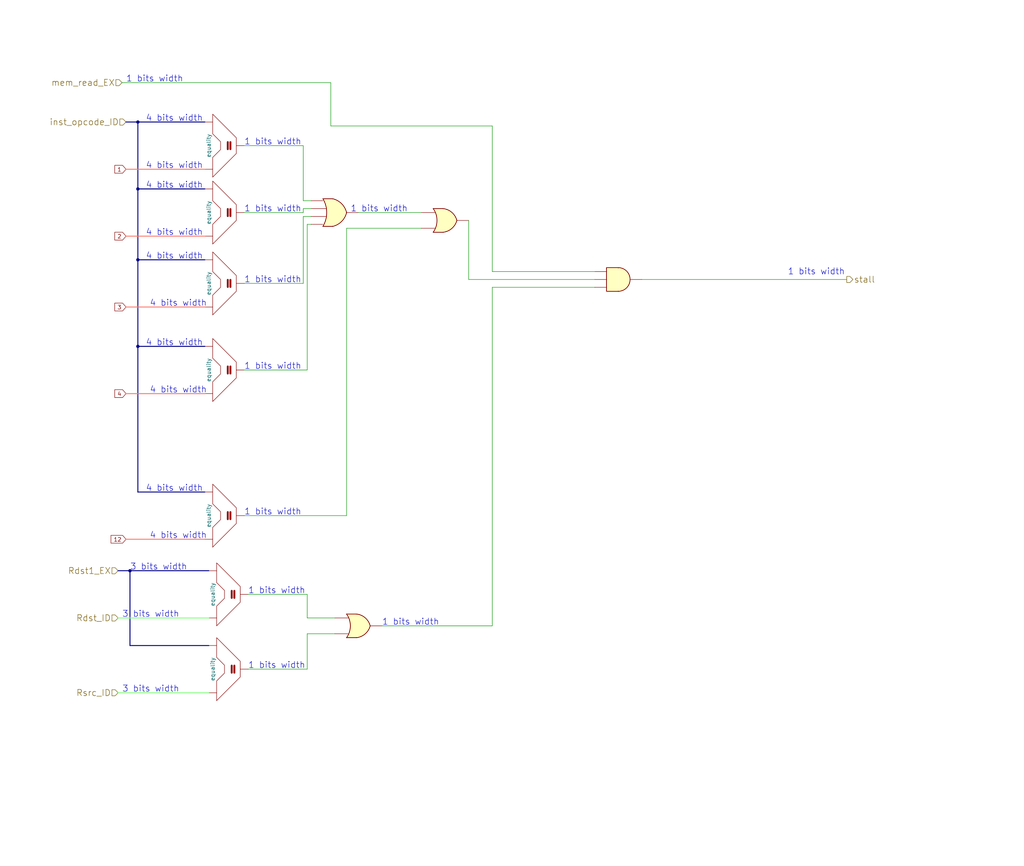
<source format=kicad_sch>
(kicad_sch (version 20211123) (generator eeschema)

  (uuid 79d49fe8-294d-4179-92ef-d14156ac2ca7)

  (paper "User" 330.2 279.4)

  (lib_symbols
    (symbol "4071_1" (pin_numbers hide) (pin_names (offset 1.016) hide) (in_bom yes) (on_board yes)
      (property "Reference" "U" (id 0) (at 0 1.27 0)
        (effects (font (size 1.27 1.27)))
      )
      (property "Value" "4071_1" (id 1) (at 0 -1.27 0)
        (effects (font (size 1.27 1.27)))
      )
      (property "Footprint" "" (id 2) (at 0 0 0)
        (effects (font (size 1.27 1.27)) hide)
      )
      (property "Datasheet" "http://www.intersil.com/content/dam/Intersil/documents/cd40/cd4071bms-72bms-75bms.pdf" (id 3) (at 0 0 0)
        (effects (font (size 1.27 1.27)) hide)
      )
      (property "ki_locked" "" (id 4) (at 0 0 0)
        (effects (font (size 1.27 1.27)))
      )
      (property "ki_keywords" "CMOS OR2" (id 5) (at 0 0 0)
        (effects (font (size 1.27 1.27)) hide)
      )
      (property "ki_description" "Quad Or 2 inputs" (id 6) (at 0 0 0)
        (effects (font (size 1.27 1.27)) hide)
      )
      (property "ki_fp_filters" "DIP?14*" (id 7) (at 0 0 0)
        (effects (font (size 1.27 1.27)) hide)
      )
      (symbol "4071_1_1_1"
        (arc (start -3.81 -3.81) (mid -2.589 0) (end -3.81 3.81)
          (stroke (width 0.254) (type default) (color 0 0 0 0))
          (fill (type none))
        )
        (arc (start -0.6096 -3.81) (mid 2.1842 -2.5851) (end 3.81 0)
          (stroke (width 0.254) (type default) (color 0 0 0 0))
          (fill (type background))
        )
        (polyline
          (pts
            (xy -3.81 -3.81)
            (xy -0.635 -3.81)
          )
          (stroke (width 0.254) (type default) (color 0 0 0 0))
          (fill (type background))
        )
        (polyline
          (pts
            (xy -3.81 3.81)
            (xy -0.635 3.81)
          )
          (stroke (width 0.254) (type default) (color 0 0 0 0))
          (fill (type background))
        )
        (polyline
          (pts
            (xy -0.635 3.81)
            (xy -3.81 3.81)
            (xy -3.81 3.81)
            (xy -3.556 3.4036)
            (xy -3.0226 2.2606)
            (xy -2.6924 1.0414)
            (xy -2.6162 -0.254)
            (xy -2.7686 -1.4986)
            (xy -3.175 -2.7178)
            (xy -3.81 -3.81)
            (xy -3.81 -3.81)
            (xy -0.635 -3.81)
          )
          (stroke (width -25.4) (type default) (color 0 0 0 0))
          (fill (type background))
        )
        (arc (start 3.81 0) (mid 2.1915 2.5936) (end -0.6096 3.81)
          (stroke (width 0.254) (type default) (color 0 0 0 0))
          (fill (type background))
        )
        (pin input line (at -7.62 2.54 0) (length 4.318)
          (name "~" (effects (font (size 1.27 1.27))))
          (number "1" (effects (font (size 1.27 1.27))))
        )
        (pin input line (at -7.62 -2.54 0) (length 4.318)
          (name "~" (effects (font (size 1.27 1.27))))
          (number "2" (effects (font (size 1.27 1.27))))
        )
        (pin output line (at 7.62 0 180) (length 3.81)
          (name "~" (effects (font (size 1.27 1.27))))
          (number "3" (effects (font (size 1.27 1.27))))
        )
      )
      (symbol "4071_1_1_2"
        (arc (start 0 -3.81) (mid 3.81 0) (end 0 3.81)
          (stroke (width 0.254) (type default) (color 0 0 0 0))
          (fill (type background))
        )
        (polyline
          (pts
            (xy 0 3.81)
            (xy -3.81 3.81)
            (xy -3.81 -3.81)
            (xy 0 -3.81)
          )
          (stroke (width 0.254) (type default) (color 0 0 0 0))
          (fill (type background))
        )
        (pin input inverted (at -7.62 2.54 0) (length 3.81)
          (name "~" (effects (font (size 1.27 1.27))))
          (number "1" (effects (font (size 1.27 1.27))))
        )
        (pin input inverted (at -7.62 -2.54 0) (length 3.81)
          (name "~" (effects (font (size 1.27 1.27))))
          (number "2" (effects (font (size 1.27 1.27))))
        )
        (pin output inverted (at 7.62 0 180) (length 3.81)
          (name "~" (effects (font (size 1.27 1.27))))
          (number "3" (effects (font (size 1.27 1.27))))
        )
      )
      (symbol "4071_1_2_1"
        (arc (start -3.81 -3.81) (mid -2.589 0) (end -3.81 3.81)
          (stroke (width 0.254) (type default) (color 0 0 0 0))
          (fill (type none))
        )
        (arc (start -0.6096 -3.81) (mid 2.1842 -2.5851) (end 3.81 0)
          (stroke (width 0.254) (type default) (color 0 0 0 0))
          (fill (type background))
        )
        (polyline
          (pts
            (xy -3.81 -3.81)
            (xy -0.635 -3.81)
          )
          (stroke (width 0.254) (type default) (color 0 0 0 0))
          (fill (type background))
        )
        (polyline
          (pts
            (xy -3.81 3.81)
            (xy -0.635 3.81)
          )
          (stroke (width 0.254) (type default) (color 0 0 0 0))
          (fill (type background))
        )
        (polyline
          (pts
            (xy -0.635 3.81)
            (xy -3.81 3.81)
            (xy -3.81 3.81)
            (xy -3.556 3.4036)
            (xy -3.0226 2.2606)
            (xy -2.6924 1.0414)
            (xy -2.6162 -0.254)
            (xy -2.7686 -1.4986)
            (xy -3.175 -2.7178)
            (xy -3.81 -3.81)
            (xy -3.81 -3.81)
            (xy -0.635 -3.81)
          )
          (stroke (width -25.4) (type default) (color 0 0 0 0))
          (fill (type background))
        )
        (arc (start 3.81 0) (mid 2.1915 2.5936) (end -0.6096 3.81)
          (stroke (width 0.254) (type default) (color 0 0 0 0))
          (fill (type background))
        )
        (pin output line (at 7.62 0 180) (length 3.81)
          (name "~" (effects (font (size 1.27 1.27))))
          (number "4" (effects (font (size 1.27 1.27))))
        )
        (pin input line (at -7.62 2.54 0) (length 4.318)
          (name "~" (effects (font (size 1.27 1.27))))
          (number "5" (effects (font (size 1.27 1.27))))
        )
        (pin input line (at -7.62 -2.54 0) (length 4.318)
          (name "~" (effects (font (size 1.27 1.27))))
          (number "6" (effects (font (size 1.27 1.27))))
        )
      )
      (symbol "4071_1_2_2"
        (arc (start 0 -3.81) (mid 3.81 0) (end 0 3.81)
          (stroke (width 0.254) (type default) (color 0 0 0 0))
          (fill (type background))
        )
        (polyline
          (pts
            (xy 0 3.81)
            (xy -3.81 3.81)
            (xy -3.81 -3.81)
            (xy 0 -3.81)
          )
          (stroke (width 0.254) (type default) (color 0 0 0 0))
          (fill (type background))
        )
        (pin output inverted (at 7.62 0 180) (length 3.81)
          (name "~" (effects (font (size 1.27 1.27))))
          (number "4" (effects (font (size 1.27 1.27))))
        )
        (pin input inverted (at -7.62 2.54 0) (length 3.81)
          (name "~" (effects (font (size 1.27 1.27))))
          (number "5" (effects (font (size 1.27 1.27))))
        )
        (pin input inverted (at -7.62 -2.54 0) (length 3.81)
          (name "~" (effects (font (size 1.27 1.27))))
          (number "6" (effects (font (size 1.27 1.27))))
        )
      )
      (symbol "4071_1_3_1"
        (arc (start -3.81 -3.81) (mid -2.589 0) (end -3.81 3.81)
          (stroke (width 0.254) (type default) (color 0 0 0 0))
          (fill (type none))
        )
        (arc (start -0.6096 -3.81) (mid 2.1842 -2.5851) (end 3.81 0)
          (stroke (width 0.254) (type default) (color 0 0 0 0))
          (fill (type background))
        )
        (polyline
          (pts
            (xy -3.81 -3.81)
            (xy -0.635 -3.81)
          )
          (stroke (width 0.254) (type default) (color 0 0 0 0))
          (fill (type background))
        )
        (polyline
          (pts
            (xy -3.81 3.81)
            (xy -0.635 3.81)
          )
          (stroke (width 0.254) (type default) (color 0 0 0 0))
          (fill (type background))
        )
        (polyline
          (pts
            (xy -0.635 3.81)
            (xy -3.81 3.81)
            (xy -3.81 3.81)
            (xy -3.556 3.4036)
            (xy -3.0226 2.2606)
            (xy -2.6924 1.0414)
            (xy -2.6162 -0.254)
            (xy -2.7686 -1.4986)
            (xy -3.175 -2.7178)
            (xy -3.81 -3.81)
            (xy -3.81 -3.81)
            (xy -0.635 -3.81)
          )
          (stroke (width -25.4) (type default) (color 0 0 0 0))
          (fill (type background))
        )
        (arc (start 3.81 0) (mid 2.1915 2.5936) (end -0.6096 3.81)
          (stroke (width 0.254) (type default) (color 0 0 0 0))
          (fill (type background))
        )
        (pin output line (at 7.62 0 180) (length 3.81)
          (name "~" (effects (font (size 1.27 1.27))))
          (number "10" (effects (font (size 1.27 1.27))))
        )
        (pin input line (at -7.62 2.54 0) (length 4.318)
          (name "~" (effects (font (size 1.27 1.27))))
          (number "8" (effects (font (size 1.27 1.27))))
        )
        (pin input line (at -7.62 -2.54 0) (length 4.318)
          (name "~" (effects (font (size 1.27 1.27))))
          (number "9" (effects (font (size 1.27 1.27))))
        )
      )
      (symbol "4071_1_3_2"
        (arc (start 0 -3.81) (mid 3.81 0) (end 0 3.81)
          (stroke (width 0.254) (type default) (color 0 0 0 0))
          (fill (type background))
        )
        (polyline
          (pts
            (xy 0 3.81)
            (xy -3.81 3.81)
            (xy -3.81 -3.81)
            (xy 0 -3.81)
          )
          (stroke (width 0.254) (type default) (color 0 0 0 0))
          (fill (type background))
        )
        (pin output inverted (at 7.62 0 180) (length 3.81)
          (name "~" (effects (font (size 1.27 1.27))))
          (number "10" (effects (font (size 1.27 1.27))))
        )
        (pin input inverted (at -7.62 2.54 0) (length 3.81)
          (name "~" (effects (font (size 1.27 1.27))))
          (number "8" (effects (font (size 1.27 1.27))))
        )
        (pin input inverted (at -7.62 -2.54 0) (length 3.81)
          (name "~" (effects (font (size 1.27 1.27))))
          (number "9" (effects (font (size 1.27 1.27))))
        )
      )
      (symbol "4071_1_4_1"
        (arc (start -3.81 -3.81) (mid -2.589 0) (end -3.81 3.81)
          (stroke (width 0.254) (type default) (color 0 0 0 0))
          (fill (type none))
        )
        (arc (start -0.6096 -3.81) (mid 2.1842 -2.5851) (end 3.81 0)
          (stroke (width 0.254) (type default) (color 0 0 0 0))
          (fill (type background))
        )
        (polyline
          (pts
            (xy -3.81 -3.81)
            (xy -0.635 -3.81)
          )
          (stroke (width 0.254) (type default) (color 0 0 0 0))
          (fill (type background))
        )
        (polyline
          (pts
            (xy -3.81 3.81)
            (xy -0.635 3.81)
          )
          (stroke (width 0.254) (type default) (color 0 0 0 0))
          (fill (type background))
        )
        (polyline
          (pts
            (xy -0.635 3.81)
            (xy -3.81 3.81)
            (xy -3.81 3.81)
            (xy -3.556 3.4036)
            (xy -3.0226 2.2606)
            (xy -2.6924 1.0414)
            (xy -2.6162 -0.254)
            (xy -2.7686 -1.4986)
            (xy -3.175 -2.7178)
            (xy -3.81 -3.81)
            (xy -3.81 -3.81)
            (xy -0.635 -3.81)
          )
          (stroke (width -25.4) (type default) (color 0 0 0 0))
          (fill (type background))
        )
        (arc (start 3.81 0) (mid 2.1915 2.5936) (end -0.6096 3.81)
          (stroke (width 0.254) (type default) (color 0 0 0 0))
          (fill (type background))
        )
        (pin output line (at 7.62 0 180) (length 3.81)
          (name "~" (effects (font (size 1.27 1.27))))
          (number "11" (effects (font (size 1.27 1.27))))
        )
        (pin input line (at -7.62 2.54 0) (length 4.318)
          (name "~" (effects (font (size 1.27 1.27))))
          (number "12" (effects (font (size 1.27 1.27))))
        )
        (pin input line (at -7.62 -2.54 0) (length 4.318)
          (name "~" (effects (font (size 1.27 1.27))))
          (number "13" (effects (font (size 1.27 1.27))))
        )
      )
      (symbol "4071_1_4_2"
        (arc (start 0 -3.81) (mid 3.81 0) (end 0 3.81)
          (stroke (width 0.254) (type default) (color 0 0 0 0))
          (fill (type background))
        )
        (polyline
          (pts
            (xy 0 3.81)
            (xy -3.81 3.81)
            (xy -3.81 -3.81)
            (xy 0 -3.81)
          )
          (stroke (width 0.254) (type default) (color 0 0 0 0))
          (fill (type background))
        )
        (pin output inverted (at 7.62 0 180) (length 3.81)
          (name "~" (effects (font (size 1.27 1.27))))
          (number "11" (effects (font (size 1.27 1.27))))
        )
        (pin input inverted (at -7.62 2.54 0) (length 3.81)
          (name "~" (effects (font (size 1.27 1.27))))
          (number "12" (effects (font (size 1.27 1.27))))
        )
        (pin input inverted (at -7.62 -2.54 0) (length 3.81)
          (name "~" (effects (font (size 1.27 1.27))))
          (number "13" (effects (font (size 1.27 1.27))))
        )
      )
      (symbol "4071_1_5_0"
        (pin power_in line (at 0 12.7 270) (length 5.08)
          (name "VDD" (effects (font (size 1.27 1.27))))
          (number "14" (effects (font (size 1.27 1.27))))
        )
        (pin power_in line (at 0 -12.7 90) (length 5.08)
          (name "VSS" (effects (font (size 1.27 1.27))))
          (number "7" (effects (font (size 1.27 1.27))))
        )
      )
      (symbol "4071_1_5_1"
        (rectangle (start -5.08 7.62) (end 5.08 -7.62)
          (stroke (width 0.254) (type default) (color 0 0 0 0))
          (fill (type background))
        )
      )
    )
    (symbol "4xxx:4071" (pin_numbers hide) (pin_names (offset 1.016) hide) (in_bom yes) (on_board yes)
      (property "Reference" "U" (id 0) (at 0 1.27 0)
        (effects (font (size 1.27 1.27)))
      )
      (property "Value" "4071" (id 1) (at 0 -1.27 0)
        (effects (font (size 1.27 1.27)))
      )
      (property "Footprint" "" (id 2) (at 0 0 0)
        (effects (font (size 1.27 1.27)) hide)
      )
      (property "Datasheet" "http://www.intersil.com/content/dam/Intersil/documents/cd40/cd4071bms-72bms-75bms.pdf" (id 3) (at 0 0 0)
        (effects (font (size 1.27 1.27)) hide)
      )
      (property "ki_locked" "" (id 4) (at 0 0 0)
        (effects (font (size 1.27 1.27)))
      )
      (property "ki_keywords" "CMOS OR2" (id 5) (at 0 0 0)
        (effects (font (size 1.27 1.27)) hide)
      )
      (property "ki_description" "Quad Or 2 inputs" (id 6) (at 0 0 0)
        (effects (font (size 1.27 1.27)) hide)
      )
      (property "ki_fp_filters" "DIP?14*" (id 7) (at 0 0 0)
        (effects (font (size 1.27 1.27)) hide)
      )
      (symbol "4071_1_1"
        (arc (start -3.81 -3.81) (mid -2.589 0) (end -3.81 3.81)
          (stroke (width 0.254) (type default) (color 0 0 0 0))
          (fill (type none))
        )
        (arc (start -0.6096 -3.81) (mid 2.1842 -2.5851) (end 3.81 0)
          (stroke (width 0.254) (type default) (color 0 0 0 0))
          (fill (type background))
        )
        (polyline
          (pts
            (xy -3.81 -3.81)
            (xy -0.635 -3.81)
          )
          (stroke (width 0.254) (type default) (color 0 0 0 0))
          (fill (type background))
        )
        (polyline
          (pts
            (xy -3.81 3.81)
            (xy -0.635 3.81)
          )
          (stroke (width 0.254) (type default) (color 0 0 0 0))
          (fill (type background))
        )
        (polyline
          (pts
            (xy -0.635 3.81)
            (xy -3.81 3.81)
            (xy -3.81 3.81)
            (xy -3.556 3.4036)
            (xy -3.0226 2.2606)
            (xy -2.6924 1.0414)
            (xy -2.6162 -0.254)
            (xy -2.7686 -1.4986)
            (xy -3.175 -2.7178)
            (xy -3.81 -3.81)
            (xy -3.81 -3.81)
            (xy -0.635 -3.81)
          )
          (stroke (width -25.4) (type default) (color 0 0 0 0))
          (fill (type background))
        )
        (arc (start 3.81 0) (mid 2.1915 2.5936) (end -0.6096 3.81)
          (stroke (width 0.254) (type default) (color 0 0 0 0))
          (fill (type background))
        )
        (pin input line (at -7.62 2.54 0) (length 4.318)
          (name "~" (effects (font (size 1.27 1.27))))
          (number "1" (effects (font (size 1.27 1.27))))
        )
        (pin input line (at -7.62 -2.54 0) (length 4.318)
          (name "~" (effects (font (size 1.27 1.27))))
          (number "2" (effects (font (size 1.27 1.27))))
        )
        (pin output line (at 7.62 0 180) (length 3.81)
          (name "~" (effects (font (size 1.27 1.27))))
          (number "3" (effects (font (size 1.27 1.27))))
        )
      )
      (symbol "4071_1_2"
        (arc (start 0 -3.81) (mid 3.81 0) (end 0 3.81)
          (stroke (width 0.254) (type default) (color 0 0 0 0))
          (fill (type background))
        )
        (polyline
          (pts
            (xy 0 3.81)
            (xy -3.81 3.81)
            (xy -3.81 -3.81)
            (xy 0 -3.81)
          )
          (stroke (width 0.254) (type default) (color 0 0 0 0))
          (fill (type background))
        )
        (pin input inverted (at -7.62 2.54 0) (length 3.81)
          (name "~" (effects (font (size 1.27 1.27))))
          (number "1" (effects (font (size 1.27 1.27))))
        )
        (pin input inverted (at -7.62 -2.54 0) (length 3.81)
          (name "~" (effects (font (size 1.27 1.27))))
          (number "2" (effects (font (size 1.27 1.27))))
        )
        (pin output inverted (at 7.62 0 180) (length 3.81)
          (name "~" (effects (font (size 1.27 1.27))))
          (number "3" (effects (font (size 1.27 1.27))))
        )
      )
      (symbol "4071_2_1"
        (arc (start -3.81 -3.81) (mid -2.589 0) (end -3.81 3.81)
          (stroke (width 0.254) (type default) (color 0 0 0 0))
          (fill (type none))
        )
        (arc (start -0.6096 -3.81) (mid 2.1842 -2.5851) (end 3.81 0)
          (stroke (width 0.254) (type default) (color 0 0 0 0))
          (fill (type background))
        )
        (polyline
          (pts
            (xy -3.81 -3.81)
            (xy -0.635 -3.81)
          )
          (stroke (width 0.254) (type default) (color 0 0 0 0))
          (fill (type background))
        )
        (polyline
          (pts
            (xy -3.81 3.81)
            (xy -0.635 3.81)
          )
          (stroke (width 0.254) (type default) (color 0 0 0 0))
          (fill (type background))
        )
        (polyline
          (pts
            (xy -0.635 3.81)
            (xy -3.81 3.81)
            (xy -3.81 3.81)
            (xy -3.556 3.4036)
            (xy -3.0226 2.2606)
            (xy -2.6924 1.0414)
            (xy -2.6162 -0.254)
            (xy -2.7686 -1.4986)
            (xy -3.175 -2.7178)
            (xy -3.81 -3.81)
            (xy -3.81 -3.81)
            (xy -0.635 -3.81)
          )
          (stroke (width -25.4) (type default) (color 0 0 0 0))
          (fill (type background))
        )
        (arc (start 3.81 0) (mid 2.1915 2.5936) (end -0.6096 3.81)
          (stroke (width 0.254) (type default) (color 0 0 0 0))
          (fill (type background))
        )
        (pin output line (at 7.62 0 180) (length 3.81)
          (name "~" (effects (font (size 1.27 1.27))))
          (number "4" (effects (font (size 1.27 1.27))))
        )
        (pin input line (at -7.62 2.54 0) (length 4.318)
          (name "~" (effects (font (size 1.27 1.27))))
          (number "5" (effects (font (size 1.27 1.27))))
        )
        (pin input line (at -7.62 -2.54 0) (length 4.318)
          (name "~" (effects (font (size 1.27 1.27))))
          (number "6" (effects (font (size 1.27 1.27))))
        )
      )
      (symbol "4071_2_2"
        (arc (start 0 -3.81) (mid 3.81 0) (end 0 3.81)
          (stroke (width 0.254) (type default) (color 0 0 0 0))
          (fill (type background))
        )
        (polyline
          (pts
            (xy 0 3.81)
            (xy -3.81 3.81)
            (xy -3.81 -3.81)
            (xy 0 -3.81)
          )
          (stroke (width 0.254) (type default) (color 0 0 0 0))
          (fill (type background))
        )
        (pin output inverted (at 7.62 0 180) (length 3.81)
          (name "~" (effects (font (size 1.27 1.27))))
          (number "4" (effects (font (size 1.27 1.27))))
        )
        (pin input inverted (at -7.62 2.54 0) (length 3.81)
          (name "~" (effects (font (size 1.27 1.27))))
          (number "5" (effects (font (size 1.27 1.27))))
        )
        (pin input inverted (at -7.62 -2.54 0) (length 3.81)
          (name "~" (effects (font (size 1.27 1.27))))
          (number "6" (effects (font (size 1.27 1.27))))
        )
      )
      (symbol "4071_3_1"
        (arc (start -3.81 -3.81) (mid -2.589 0) (end -3.81 3.81)
          (stroke (width 0.254) (type default) (color 0 0 0 0))
          (fill (type none))
        )
        (arc (start -0.6096 -3.81) (mid 2.1842 -2.5851) (end 3.81 0)
          (stroke (width 0.254) (type default) (color 0 0 0 0))
          (fill (type background))
        )
        (polyline
          (pts
            (xy -3.81 -3.81)
            (xy -0.635 -3.81)
          )
          (stroke (width 0.254) (type default) (color 0 0 0 0))
          (fill (type background))
        )
        (polyline
          (pts
            (xy -3.81 3.81)
            (xy -0.635 3.81)
          )
          (stroke (width 0.254) (type default) (color 0 0 0 0))
          (fill (type background))
        )
        (polyline
          (pts
            (xy -0.635 3.81)
            (xy -3.81 3.81)
            (xy -3.81 3.81)
            (xy -3.556 3.4036)
            (xy -3.0226 2.2606)
            (xy -2.6924 1.0414)
            (xy -2.6162 -0.254)
            (xy -2.7686 -1.4986)
            (xy -3.175 -2.7178)
            (xy -3.81 -3.81)
            (xy -3.81 -3.81)
            (xy -0.635 -3.81)
          )
          (stroke (width -25.4) (type default) (color 0 0 0 0))
          (fill (type background))
        )
        (arc (start 3.81 0) (mid 2.1915 2.5936) (end -0.6096 3.81)
          (stroke (width 0.254) (type default) (color 0 0 0 0))
          (fill (type background))
        )
        (pin output line (at 7.62 0 180) (length 3.81)
          (name "~" (effects (font (size 1.27 1.27))))
          (number "10" (effects (font (size 1.27 1.27))))
        )
        (pin input line (at -7.62 2.54 0) (length 4.318)
          (name "~" (effects (font (size 1.27 1.27))))
          (number "8" (effects (font (size 1.27 1.27))))
        )
        (pin input line (at -7.62 -2.54 0) (length 4.318)
          (name "~" (effects (font (size 1.27 1.27))))
          (number "9" (effects (font (size 1.27 1.27))))
        )
      )
      (symbol "4071_3_2"
        (arc (start 0 -3.81) (mid 3.81 0) (end 0 3.81)
          (stroke (width 0.254) (type default) (color 0 0 0 0))
          (fill (type background))
        )
        (polyline
          (pts
            (xy 0 3.81)
            (xy -3.81 3.81)
            (xy -3.81 -3.81)
            (xy 0 -3.81)
          )
          (stroke (width 0.254) (type default) (color 0 0 0 0))
          (fill (type background))
        )
        (pin output inverted (at 7.62 0 180) (length 3.81)
          (name "~" (effects (font (size 1.27 1.27))))
          (number "10" (effects (font (size 1.27 1.27))))
        )
        (pin input inverted (at -7.62 2.54 0) (length 3.81)
          (name "~" (effects (font (size 1.27 1.27))))
          (number "8" (effects (font (size 1.27 1.27))))
        )
        (pin input inverted (at -7.62 -2.54 0) (length 3.81)
          (name "~" (effects (font (size 1.27 1.27))))
          (number "9" (effects (font (size 1.27 1.27))))
        )
      )
      (symbol "4071_4_1"
        (arc (start -3.81 -3.81) (mid -2.589 0) (end -3.81 3.81)
          (stroke (width 0.254) (type default) (color 0 0 0 0))
          (fill (type none))
        )
        (arc (start -0.6096 -3.81) (mid 2.1842 -2.5851) (end 3.81 0)
          (stroke (width 0.254) (type default) (color 0 0 0 0))
          (fill (type background))
        )
        (polyline
          (pts
            (xy -3.81 -3.81)
            (xy -0.635 -3.81)
          )
          (stroke (width 0.254) (type default) (color 0 0 0 0))
          (fill (type background))
        )
        (polyline
          (pts
            (xy -3.81 3.81)
            (xy -0.635 3.81)
          )
          (stroke (width 0.254) (type default) (color 0 0 0 0))
          (fill (type background))
        )
        (polyline
          (pts
            (xy -0.635 3.81)
            (xy -3.81 3.81)
            (xy -3.81 3.81)
            (xy -3.556 3.4036)
            (xy -3.0226 2.2606)
            (xy -2.6924 1.0414)
            (xy -2.6162 -0.254)
            (xy -2.7686 -1.4986)
            (xy -3.175 -2.7178)
            (xy -3.81 -3.81)
            (xy -3.81 -3.81)
            (xy -0.635 -3.81)
          )
          (stroke (width -25.4) (type default) (color 0 0 0 0))
          (fill (type background))
        )
        (arc (start 3.81 0) (mid 2.1915 2.5936) (end -0.6096 3.81)
          (stroke (width 0.254) (type default) (color 0 0 0 0))
          (fill (type background))
        )
        (pin output line (at 7.62 0 180) (length 3.81)
          (name "~" (effects (font (size 1.27 1.27))))
          (number "11" (effects (font (size 1.27 1.27))))
        )
        (pin input line (at -7.62 2.54 0) (length 4.318)
          (name "~" (effects (font (size 1.27 1.27))))
          (number "12" (effects (font (size 1.27 1.27))))
        )
        (pin input line (at -7.62 -2.54 0) (length 4.318)
          (name "~" (effects (font (size 1.27 1.27))))
          (number "13" (effects (font (size 1.27 1.27))))
        )
      )
      (symbol "4071_4_2"
        (arc (start 0 -3.81) (mid 3.81 0) (end 0 3.81)
          (stroke (width 0.254) (type default) (color 0 0 0 0))
          (fill (type background))
        )
        (polyline
          (pts
            (xy 0 3.81)
            (xy -3.81 3.81)
            (xy -3.81 -3.81)
            (xy 0 -3.81)
          )
          (stroke (width 0.254) (type default) (color 0 0 0 0))
          (fill (type background))
        )
        (pin output inverted (at 7.62 0 180) (length 3.81)
          (name "~" (effects (font (size 1.27 1.27))))
          (number "11" (effects (font (size 1.27 1.27))))
        )
        (pin input inverted (at -7.62 2.54 0) (length 3.81)
          (name "~" (effects (font (size 1.27 1.27))))
          (number "12" (effects (font (size 1.27 1.27))))
        )
        (pin input inverted (at -7.62 -2.54 0) (length 3.81)
          (name "~" (effects (font (size 1.27 1.27))))
          (number "13" (effects (font (size 1.27 1.27))))
        )
      )
      (symbol "4071_5_0"
        (pin power_in line (at 0 12.7 270) (length 5.08)
          (name "VDD" (effects (font (size 1.27 1.27))))
          (number "14" (effects (font (size 1.27 1.27))))
        )
        (pin power_in line (at 0 -12.7 90) (length 5.08)
          (name "VSS" (effects (font (size 1.27 1.27))))
          (number "7" (effects (font (size 1.27 1.27))))
        )
      )
      (symbol "4071_5_1"
        (rectangle (start -5.08 7.62) (end 5.08 -7.62)
          (stroke (width 0.254) (type default) (color 0 0 0 0))
          (fill (type background))
        )
      )
    )
    (symbol "4xxx:4072" (pin_numbers hide) (pin_names (offset 1.016) hide) (in_bom yes) (on_board yes)
      (property "Reference" "U" (id 0) (at 0 1.27 0)
        (effects (font (size 1.27 1.27)))
      )
      (property "Value" "4072" (id 1) (at 0 -1.27 0)
        (effects (font (size 1.27 1.27)))
      )
      (property "Footprint" "" (id 2) (at 0 0 0)
        (effects (font (size 1.27 1.27)) hide)
      )
      (property "Datasheet" "http://www.intersil.com/content/dam/Intersil/documents/cd40/cd4071bms-72bms-75bms.pdf" (id 3) (at 0 0 0)
        (effects (font (size 1.27 1.27)) hide)
      )
      (property "ki_locked" "" (id 4) (at 0 0 0)
        (effects (font (size 1.27 1.27)))
      )
      (property "ki_keywords" "CMOS OR4" (id 5) (at 0 0 0)
        (effects (font (size 1.27 1.27)) hide)
      )
      (property "ki_description" "Dual 4 input OR gate" (id 6) (at 0 0 0)
        (effects (font (size 1.27 1.27)) hide)
      )
      (property "ki_fp_filters" "DIP?14*" (id 7) (at 0 0 0)
        (effects (font (size 1.27 1.27)) hide)
      )
      (symbol "4072_1_1"
        (arc (start -3.81 -4.445) (mid -2.5908 0) (end -3.81 4.445)
          (stroke (width 0.254) (type default) (color 0 0 0 0))
          (fill (type none))
        )
        (arc (start -0.6096 -4.445) (mid 2.2246 -2.8422) (end 3.81 0)
          (stroke (width 0.254) (type default) (color 0 0 0 0))
          (fill (type background))
        )
        (polyline
          (pts
            (xy -3.81 -4.445)
            (xy -0.635 -4.445)
          )
          (stroke (width 0.254) (type default) (color 0 0 0 0))
          (fill (type background))
        )
        (polyline
          (pts
            (xy -3.81 4.445)
            (xy -0.635 4.445)
          )
          (stroke (width 0.254) (type default) (color 0 0 0 0))
          (fill (type background))
        )
        (polyline
          (pts
            (xy -0.635 4.445)
            (xy -3.81 4.445)
            (xy -3.81 4.445)
            (xy -3.6322 4.0894)
            (xy -3.0988 2.921)
            (xy -2.7686 1.6764)
            (xy -2.6162 0.4318)
            (xy -2.6416 -0.8636)
            (xy -2.8702 -2.1082)
            (xy -3.2512 -3.3274)
            (xy -3.81 -4.445)
            (xy -3.81 -4.445)
            (xy -0.635 -4.445)
          )
          (stroke (width -25.4) (type default) (color 0 0 0 0))
          (fill (type background))
        )
        (arc (start 3.81 0) (mid 2.2204 2.8379) (end -0.6096 4.445)
          (stroke (width 0.254) (type default) (color 0 0 0 0))
          (fill (type background))
        )
        (pin output line (at 7.62 0 180) (length 3.81)
          (name "~" (effects (font (size 1.27 1.27))))
          (number "1" (effects (font (size 1.27 1.27))))
        )
        (pin input line (at -7.62 3.81 0) (length 3.81)
          (name "~" (effects (font (size 1.27 1.27))))
          (number "2" (effects (font (size 1.27 1.27))))
        )
        (pin input line (at -7.62 1.27 0) (length 4.826)
          (name "~" (effects (font (size 1.27 1.27))))
          (number "3" (effects (font (size 1.27 1.27))))
        )
        (pin input line (at -7.62 -1.27 0) (length 4.826)
          (name "~" (effects (font (size 1.27 1.27))))
          (number "4" (effects (font (size 1.27 1.27))))
        )
        (pin input line (at -7.62 -3.81 0) (length 3.81)
          (name "~" (effects (font (size 1.27 1.27))))
          (number "5" (effects (font (size 1.27 1.27))))
        )
      )
      (symbol "4072_1_2"
        (arc (start -0.635 -4.445) (mid 3.81 0) (end -0.635 4.445)
          (stroke (width 0.254) (type default) (color 0 0 0 0))
          (fill (type background))
        )
        (polyline
          (pts
            (xy -0.635 4.445)
            (xy -3.81 4.445)
            (xy -3.81 -4.445)
            (xy -0.635 -4.445)
          )
          (stroke (width 0.254) (type default) (color 0 0 0 0))
          (fill (type background))
        )
        (pin output inverted (at 7.62 0 180) (length 3.81)
          (name "~" (effects (font (size 1.27 1.27))))
          (number "1" (effects (font (size 1.27 1.27))))
        )
        (pin input inverted (at -7.62 3.81 0) (length 3.81)
          (name "~" (effects (font (size 1.27 1.27))))
          (number "2" (effects (font (size 1.27 1.27))))
        )
        (pin input inverted (at -7.62 1.27 0) (length 3.81)
          (name "~" (effects (font (size 1.27 1.27))))
          (number "3" (effects (font (size 1.27 1.27))))
        )
        (pin input inverted (at -7.62 -1.27 0) (length 3.81)
          (name "~" (effects (font (size 1.27 1.27))))
          (number "4" (effects (font (size 1.27 1.27))))
        )
        (pin input inverted (at -7.62 -3.81 0) (length 3.81)
          (name "~" (effects (font (size 1.27 1.27))))
          (number "5" (effects (font (size 1.27 1.27))))
        )
      )
      (symbol "4072_2_1"
        (arc (start -3.81 -4.445) (mid -2.5908 0) (end -3.81 4.445)
          (stroke (width 0.254) (type default) (color 0 0 0 0))
          (fill (type none))
        )
        (arc (start -0.6096 -4.445) (mid 2.2246 -2.8422) (end 3.81 0)
          (stroke (width 0.254) (type default) (color 0 0 0 0))
          (fill (type background))
        )
        (polyline
          (pts
            (xy -3.81 -4.445)
            (xy -0.635 -4.445)
          )
          (stroke (width 0.254) (type default) (color 0 0 0 0))
          (fill (type background))
        )
        (polyline
          (pts
            (xy -3.81 4.445)
            (xy -0.635 4.445)
          )
          (stroke (width 0.254) (type default) (color 0 0 0 0))
          (fill (type background))
        )
        (polyline
          (pts
            (xy -0.635 4.445)
            (xy -3.81 4.445)
            (xy -3.81 4.445)
            (xy -3.6322 4.0894)
            (xy -3.0988 2.921)
            (xy -2.7686 1.6764)
            (xy -2.6162 0.4318)
            (xy -2.6416 -0.8636)
            (xy -2.8702 -2.1082)
            (xy -3.2512 -3.3274)
            (xy -3.81 -4.445)
            (xy -3.81 -4.445)
            (xy -0.635 -4.445)
          )
          (stroke (width -25.4) (type default) (color 0 0 0 0))
          (fill (type background))
        )
        (arc (start 3.81 0) (mid 2.2204 2.8379) (end -0.6096 4.445)
          (stroke (width 0.254) (type default) (color 0 0 0 0))
          (fill (type background))
        )
        (pin input line (at -7.62 1.27 0) (length 4.826)
          (name "~" (effects (font (size 1.27 1.27))))
          (number "10" (effects (font (size 1.27 1.27))))
        )
        (pin input line (at -7.62 -1.27 0) (length 4.826)
          (name "~" (effects (font (size 1.27 1.27))))
          (number "11" (effects (font (size 1.27 1.27))))
        )
        (pin input line (at -7.62 -3.81 0) (length 3.81)
          (name "~" (effects (font (size 1.27 1.27))))
          (number "12" (effects (font (size 1.27 1.27))))
        )
        (pin output line (at 7.62 0 180) (length 3.81)
          (name "~" (effects (font (size 1.27 1.27))))
          (number "13" (effects (font (size 1.27 1.27))))
        )
        (pin input line (at -7.62 3.81 0) (length 3.81)
          (name "~" (effects (font (size 1.27 1.27))))
          (number "9" (effects (font (size 1.27 1.27))))
        )
      )
      (symbol "4072_2_2"
        (arc (start -0.635 -4.445) (mid 3.81 0) (end -0.635 4.445)
          (stroke (width 0.254) (type default) (color 0 0 0 0))
          (fill (type background))
        )
        (polyline
          (pts
            (xy -0.635 4.445)
            (xy -3.81 4.445)
            (xy -3.81 -4.445)
            (xy -0.635 -4.445)
          )
          (stroke (width 0.254) (type default) (color 0 0 0 0))
          (fill (type background))
        )
        (pin input inverted (at -7.62 1.27 0) (length 3.81)
          (name "~" (effects (font (size 1.27 1.27))))
          (number "10" (effects (font (size 1.27 1.27))))
        )
        (pin input inverted (at -7.62 -1.27 0) (length 3.81)
          (name "~" (effects (font (size 1.27 1.27))))
          (number "11" (effects (font (size 1.27 1.27))))
        )
        (pin input inverted (at -7.62 -3.81 0) (length 3.81)
          (name "~" (effects (font (size 1.27 1.27))))
          (number "12" (effects (font (size 1.27 1.27))))
        )
        (pin output inverted (at 7.62 0 180) (length 3.81)
          (name "~" (effects (font (size 1.27 1.27))))
          (number "13" (effects (font (size 1.27 1.27))))
        )
        (pin input inverted (at -7.62 3.81 0) (length 3.81)
          (name "~" (effects (font (size 1.27 1.27))))
          (number "9" (effects (font (size 1.27 1.27))))
        )
      )
      (symbol "4072_3_0"
        (pin power_in line (at 0 12.7 270) (length 5.08)
          (name "VDD" (effects (font (size 1.27 1.27))))
          (number "14" (effects (font (size 1.27 1.27))))
        )
        (pin power_in line (at 0 -12.7 90) (length 5.08)
          (name "VSS" (effects (font (size 1.27 1.27))))
          (number "7" (effects (font (size 1.27 1.27))))
        )
      )
      (symbol "4072_3_1"
        (rectangle (start -5.08 7.62) (end 5.08 -7.62)
          (stroke (width 0.254) (type default) (color 0 0 0 0))
          (fill (type background))
        )
      )
    )
    (symbol "4xxx:4073" (pin_numbers hide) (pin_names (offset 1.016) hide) (in_bom yes) (on_board yes)
      (property "Reference" "U" (id 0) (at 0 1.27 0)
        (effects (font (size 1.27 1.27)))
      )
      (property "Value" "4073" (id 1) (at 0 -1.27 0)
        (effects (font (size 1.27 1.27)))
      )
      (property "Footprint" "" (id 2) (at 0 0 0)
        (effects (font (size 1.27 1.27)) hide)
      )
      (property "Datasheet" "http://www.intersil.com/content/dam/Intersil/documents/cd40/cd4073bms-81bms-82bms.pdf" (id 3) (at 0 0 0)
        (effects (font (size 1.27 1.27)) hide)
      )
      (property "ki_locked" "" (id 4) (at 0 0 0)
        (effects (font (size 1.27 1.27)))
      )
      (property "ki_keywords" "CMOS And3" (id 5) (at 0 0 0)
        (effects (font (size 1.27 1.27)) hide)
      )
      (property "ki_description" "Triple And 3 inputs" (id 6) (at 0 0 0)
        (effects (font (size 1.27 1.27)) hide)
      )
      (property "ki_fp_filters" "DIP?14*" (id 7) (at 0 0 0)
        (effects (font (size 1.27 1.27)) hide)
      )
      (symbol "4073_1_1"
        (arc (start 0 -3.81) (mid 3.81 0) (end 0 3.81)
          (stroke (width 0.254) (type default) (color 0 0 0 0))
          (fill (type background))
        )
        (polyline
          (pts
            (xy 0 3.81)
            (xy -3.81 3.81)
            (xy -3.81 -3.81)
            (xy 0 -3.81)
          )
          (stroke (width 0.254) (type default) (color 0 0 0 0))
          (fill (type background))
        )
        (pin input line (at -7.62 2.54 0) (length 3.81)
          (name "~" (effects (font (size 1.27 1.27))))
          (number "1" (effects (font (size 1.27 1.27))))
        )
        (pin input line (at -7.62 0 0) (length 3.81)
          (name "~" (effects (font (size 1.27 1.27))))
          (number "2" (effects (font (size 1.27 1.27))))
        )
        (pin input line (at -7.62 -2.54 0) (length 3.81)
          (name "~" (effects (font (size 1.27 1.27))))
          (number "8" (effects (font (size 1.27 1.27))))
        )
        (pin output line (at 7.62 0 180) (length 3.81)
          (name "~" (effects (font (size 1.27 1.27))))
          (number "9" (effects (font (size 1.27 1.27))))
        )
      )
      (symbol "4073_1_2"
        (arc (start -3.81 -3.81) (mid -2.589 0) (end -3.81 3.81)
          (stroke (width 0.254) (type default) (color 0 0 0 0))
          (fill (type none))
        )
        (arc (start -0.6096 -3.81) (mid 2.1842 -2.5851) (end 3.81 0)
          (stroke (width 0.254) (type default) (color 0 0 0 0))
          (fill (type background))
        )
        (polyline
          (pts
            (xy -3.81 -3.81)
            (xy -0.635 -3.81)
          )
          (stroke (width 0.254) (type default) (color 0 0 0 0))
          (fill (type background))
        )
        (polyline
          (pts
            (xy -3.81 3.81)
            (xy -0.635 3.81)
          )
          (stroke (width 0.254) (type default) (color 0 0 0 0))
          (fill (type background))
        )
        (polyline
          (pts
            (xy -0.635 3.81)
            (xy -3.81 3.81)
            (xy -3.81 3.81)
            (xy -3.556 3.4036)
            (xy -3.0226 2.2606)
            (xy -2.6924 1.0414)
            (xy -2.6162 -0.254)
            (xy -2.7686 -1.4986)
            (xy -3.175 -2.7178)
            (xy -3.81 -3.81)
            (xy -3.81 -3.81)
            (xy -0.635 -3.81)
          )
          (stroke (width -25.4) (type default) (color 0 0 0 0))
          (fill (type background))
        )
        (arc (start 3.81 0) (mid 2.1915 2.5936) (end -0.6096 3.81)
          (stroke (width 0.254) (type default) (color 0 0 0 0))
          (fill (type background))
        )
        (pin input inverted (at -7.62 2.54 0) (length 4.318)
          (name "~" (effects (font (size 1.27 1.27))))
          (number "1" (effects (font (size 1.27 1.27))))
        )
        (pin input inverted (at -7.62 0 0) (length 4.953)
          (name "~" (effects (font (size 1.27 1.27))))
          (number "2" (effects (font (size 1.27 1.27))))
        )
        (pin input inverted (at -7.62 -2.54 0) (length 4.318)
          (name "~" (effects (font (size 1.27 1.27))))
          (number "8" (effects (font (size 1.27 1.27))))
        )
        (pin output inverted (at 7.62 0 180) (length 3.81)
          (name "~" (effects (font (size 1.27 1.27))))
          (number "9" (effects (font (size 1.27 1.27))))
        )
      )
      (symbol "4073_2_1"
        (arc (start 0 -3.81) (mid 3.81 0) (end 0 3.81)
          (stroke (width 0.254) (type default) (color 0 0 0 0))
          (fill (type background))
        )
        (polyline
          (pts
            (xy 0 3.81)
            (xy -3.81 3.81)
            (xy -3.81 -3.81)
            (xy 0 -3.81)
          )
          (stroke (width 0.254) (type default) (color 0 0 0 0))
          (fill (type background))
        )
        (pin input line (at -7.62 2.54 0) (length 3.81)
          (name "~" (effects (font (size 1.27 1.27))))
          (number "3" (effects (font (size 1.27 1.27))))
        )
        (pin input line (at -7.62 0 0) (length 3.81)
          (name "~" (effects (font (size 1.27 1.27))))
          (number "4" (effects (font (size 1.27 1.27))))
        )
        (pin input line (at -7.62 -2.54 0) (length 3.81)
          (name "~" (effects (font (size 1.27 1.27))))
          (number "5" (effects (font (size 1.27 1.27))))
        )
        (pin output line (at 7.62 0 180) (length 3.81)
          (name "~" (effects (font (size 1.27 1.27))))
          (number "6" (effects (font (size 1.27 1.27))))
        )
      )
      (symbol "4073_2_2"
        (arc (start -3.81 -3.81) (mid -2.589 0) (end -3.81 3.81)
          (stroke (width 0.254) (type default) (color 0 0 0 0))
          (fill (type none))
        )
        (arc (start -0.6096 -3.81) (mid 2.1842 -2.5851) (end 3.81 0)
          (stroke (width 0.254) (type default) (color 0 0 0 0))
          (fill (type background))
        )
        (polyline
          (pts
            (xy -3.81 -3.81)
            (xy -0.635 -3.81)
          )
          (stroke (width 0.254) (type default) (color 0 0 0 0))
          (fill (type background))
        )
        (polyline
          (pts
            (xy -3.81 3.81)
            (xy -0.635 3.81)
          )
          (stroke (width 0.254) (type default) (color 0 0 0 0))
          (fill (type background))
        )
        (polyline
          (pts
            (xy -0.635 3.81)
            (xy -3.81 3.81)
            (xy -3.81 3.81)
            (xy -3.556 3.4036)
            (xy -3.0226 2.2606)
            (xy -2.6924 1.0414)
            (xy -2.6162 -0.254)
            (xy -2.7686 -1.4986)
            (xy -3.175 -2.7178)
            (xy -3.81 -3.81)
            (xy -3.81 -3.81)
            (xy -0.635 -3.81)
          )
          (stroke (width -25.4) (type default) (color 0 0 0 0))
          (fill (type background))
        )
        (arc (start 3.81 0) (mid 2.1915 2.5936) (end -0.6096 3.81)
          (stroke (width 0.254) (type default) (color 0 0 0 0))
          (fill (type background))
        )
        (pin input inverted (at -7.62 2.54 0) (length 4.318)
          (name "~" (effects (font (size 1.27 1.27))))
          (number "3" (effects (font (size 1.27 1.27))))
        )
        (pin input inverted (at -7.62 0 0) (length 4.953)
          (name "~" (effects (font (size 1.27 1.27))))
          (number "4" (effects (font (size 1.27 1.27))))
        )
        (pin input inverted (at -7.62 -2.54 0) (length 4.318)
          (name "~" (effects (font (size 1.27 1.27))))
          (number "5" (effects (font (size 1.27 1.27))))
        )
        (pin output inverted (at 7.62 0 180) (length 3.81)
          (name "~" (effects (font (size 1.27 1.27))))
          (number "6" (effects (font (size 1.27 1.27))))
        )
      )
      (symbol "4073_3_1"
        (arc (start 0 -3.81) (mid 3.81 0) (end 0 3.81)
          (stroke (width 0.254) (type default) (color 0 0 0 0))
          (fill (type background))
        )
        (polyline
          (pts
            (xy 0 3.81)
            (xy -3.81 3.81)
            (xy -3.81 -3.81)
            (xy 0 -3.81)
          )
          (stroke (width 0.254) (type default) (color 0 0 0 0))
          (fill (type background))
        )
        (pin output line (at 7.62 0 180) (length 3.81)
          (name "~" (effects (font (size 1.27 1.27))))
          (number "10" (effects (font (size 1.27 1.27))))
        )
        (pin input line (at -7.62 2.54 0) (length 3.81)
          (name "~" (effects (font (size 1.27 1.27))))
          (number "11" (effects (font (size 1.27 1.27))))
        )
        (pin input line (at -7.62 0 0) (length 3.81)
          (name "~" (effects (font (size 1.27 1.27))))
          (number "12" (effects (font (size 1.27 1.27))))
        )
        (pin input line (at -7.62 -2.54 0) (length 3.81)
          (name "~" (effects (font (size 1.27 1.27))))
          (number "13" (effects (font (size 1.27 1.27))))
        )
      )
      (symbol "4073_3_2"
        (arc (start -3.81 -3.81) (mid -2.589 0) (end -3.81 3.81)
          (stroke (width 0.254) (type default) (color 0 0 0 0))
          (fill (type none))
        )
        (arc (start -0.6096 -3.81) (mid 2.1842 -2.5851) (end 3.81 0)
          (stroke (width 0.254) (type default) (color 0 0 0 0))
          (fill (type background))
        )
        (polyline
          (pts
            (xy -3.81 -3.81)
            (xy -0.635 -3.81)
          )
          (stroke (width 0.254) (type default) (color 0 0 0 0))
          (fill (type background))
        )
        (polyline
          (pts
            (xy -3.81 3.81)
            (xy -0.635 3.81)
          )
          (stroke (width 0.254) (type default) (color 0 0 0 0))
          (fill (type background))
        )
        (polyline
          (pts
            (xy -0.635 3.81)
            (xy -3.81 3.81)
            (xy -3.81 3.81)
            (xy -3.556 3.4036)
            (xy -3.0226 2.2606)
            (xy -2.6924 1.0414)
            (xy -2.6162 -0.254)
            (xy -2.7686 -1.4986)
            (xy -3.175 -2.7178)
            (xy -3.81 -3.81)
            (xy -3.81 -3.81)
            (xy -0.635 -3.81)
          )
          (stroke (width -25.4) (type default) (color 0 0 0 0))
          (fill (type background))
        )
        (arc (start 3.81 0) (mid 2.1915 2.5936) (end -0.6096 3.81)
          (stroke (width 0.254) (type default) (color 0 0 0 0))
          (fill (type background))
        )
        (pin output inverted (at 7.62 0 180) (length 3.81)
          (name "~" (effects (font (size 1.27 1.27))))
          (number "10" (effects (font (size 1.27 1.27))))
        )
        (pin input inverted (at -7.62 2.54 0) (length 4.318)
          (name "~" (effects (font (size 1.27 1.27))))
          (number "11" (effects (font (size 1.27 1.27))))
        )
        (pin input inverted (at -7.62 0 0) (length 4.953)
          (name "~" (effects (font (size 1.27 1.27))))
          (number "12" (effects (font (size 1.27 1.27))))
        )
        (pin input inverted (at -7.62 -2.54 0) (length 4.318)
          (name "~" (effects (font (size 1.27 1.27))))
          (number "13" (effects (font (size 1.27 1.27))))
        )
      )
      (symbol "4073_4_0"
        (pin power_in line (at 0 12.7 270) (length 5.08)
          (name "VDD" (effects (font (size 1.27 1.27))))
          (number "14" (effects (font (size 1.27 1.27))))
        )
        (pin power_in line (at 0 -12.7 90) (length 5.08)
          (name "VSS" (effects (font (size 1.27 1.27))))
          (number "7" (effects (font (size 1.27 1.27))))
        )
      )
      (symbol "4073_4_1"
        (rectangle (start -5.08 7.62) (end 5.08 -7.62)
          (stroke (width 0.254) (type default) (color 0 0 0 0))
          (fill (type background))
        )
      )
    )
    (symbol "computerArchProj:equality" (in_bom yes) (on_board yes)
      (property "Reference" "U" (id 0) (at 0 3.81 0)
        (effects (font (size 1.27 1.27)))
      )
      (property "Value" "equality" (id 1) (at 0 6.35 0)
        (effects (font (size 1.27 1.27)))
      )
      (property "Footprint" "" (id 2) (at 0 0 0)
        (effects (font (size 1.27 1.27)) hide)
      )
      (property "Datasheet" "" (id 3) (at 0 0 0)
        (effects (font (size 1.27 1.27)) hide)
      )
      (symbol "equality_0_0"
        (polyline
          (pts
            (xy 10.16 5.08)
            (xy 10.16 5.08)
          )
          (stroke (width 0) (type default) (color 0 0 0 0))
          (fill (type none))
        )
        (polyline
          (pts
            (xy -10.16 5.08)
            (xy -5.08 5.08)
            (xy -3.81 5.08)
            (xy -1.27 2.54)
            (xy 1.27 2.54)
            (xy 3.81 5.08)
            (xy 10.16 5.08)
            (xy 2.54 -2.54)
            (xy -2.54 -2.54)
            (xy -10.16 5.08)
          )
          (stroke (width 0) (type default) (color 0 0 0 0))
          (fill (type none))
        )
        (text "=" (at 0 0 0)
          (effects (font (size 3 3) bold))
        )
      )
      (symbol "equality_1_1"
        (pin input line (at -7.62 7.62 270) (length 2.54)
          (name "" (effects (font (size 1.27 1.27))))
          (number "" (effects (font (size 1.27 1.27))))
        )
        (pin output line (at 0 -5.08 90) (length 2.54)
          (name "" (effects (font (size 1.27 1.27))))
          (number "" (effects (font (size 1.27 1.27))))
        )
        (pin input line (at 7.62 7.62 270) (length 2.54)
          (name "" (effects (font (size 1.27 1.27))))
          (number "" (effects (font (size 1.27 1.27))))
        )
      )
    )
  )

  (junction (at 41.91 184.15) (diameter 0) (color 0 0 0 0)
    (uuid 0adbb1d2-eab6-4116-ac66-082106faa741)
  )
  (junction (at 44.45 39.37) (diameter 0) (color 0 0 0 0)
    (uuid 43ae3ed0-08f2-4879-9357-3eafa9d227d8)
  )
  (junction (at 44.45 83.82) (diameter 0) (color 0 0 0 0)
    (uuid 4a03aeff-9eba-4e4f-b16f-a97bb0b8ea06)
  )
  (junction (at 44.45 111.76) (diameter 0) (color 0 0 0 0)
    (uuid 4f17db9c-e820-47cf-9344-efc1e37af9c6)
  )
  (junction (at 44.45 60.96) (diameter 0) (color 0 0 0 0)
    (uuid 67867d1d-9aa6-4811-a52d-cd896a084116)
  )

  (bus (pts (xy 40.64 173.99) (xy 66.04 173.99))
    (stroke (width 0) (type default) (color 255 121 109 1))
    (uuid 145bc16d-edcb-4271-a38b-27da9dadaf96)
  )

  (wire (pts (xy 158.75 92.71) (xy 191.77 92.71))
    (stroke (width 0) (type default) (color 0 0 0 0))
    (uuid 17fd5fea-2e7d-4106-bf06-1d6bf06926f5)
  )
  (wire (pts (xy 158.75 201.93) (xy 158.75 92.71))
    (stroke (width 0) (type default) (color 0 0 0 0))
    (uuid 1c5a752f-0507-444c-baad-4db3111bf26e)
  )
  (wire (pts (xy 97.79 68.58) (xy 97.79 67.31))
    (stroke (width 0) (type default) (color 0 0 0 0))
    (uuid 1ee57a32-f724-4d84-9dd8-069218ae73fa)
  )
  (bus (pts (xy 67.31 208.28) (xy 41.91 208.28))
    (stroke (width 0) (type default) (color 0 0 0 0))
    (uuid 258db427-8a89-4e26-b28c-4052dd8ee30f)
  )

  (wire (pts (xy 106.68 40.64) (xy 158.75 40.64))
    (stroke (width 0) (type default) (color 0 0 0 0))
    (uuid 2698f3ff-8e4e-4d73-b219-cbe2cb3eb888)
  )
  (wire (pts (xy 99.06 204.47) (xy 107.95 204.47))
    (stroke (width 0) (type default) (color 0 0 0 0))
    (uuid 33f838cb-6e57-4953-8d31-a1c32a5098f6)
  )
  (wire (pts (xy 78.74 68.58) (xy 97.79 68.58))
    (stroke (width 0) (type default) (color 0 0 0 0))
    (uuid 35024b15-793b-44a9-9d48-810be9676f06)
  )
  (bus (pts (xy 66.04 60.96) (xy 44.45 60.96))
    (stroke (width 0) (type default) (color 0 0 0 0))
    (uuid 3ebaabda-08ee-4eb5-bc76-d6e166e3182a)
  )

  (wire (pts (xy 97.79 64.77) (xy 100.33 64.77))
    (stroke (width 0) (type default) (color 0 0 0 0))
    (uuid 3f3457c8-cac6-4aa9-a557-27804e823975)
  )
  (wire (pts (xy 111.76 166.37) (xy 111.76 73.66))
    (stroke (width 0) (type default) (color 0 0 0 0))
    (uuid 40179c4a-93b6-460e-9fde-fd0705adb1f1)
  )
  (bus (pts (xy 38.1 223.52) (xy 67.31 223.52))
    (stroke (width 0) (type default) (color 136 255 131 1))
    (uuid 441e7e43-5c50-4a02-9b58-a10cbb426ee0)
  )
  (bus (pts (xy 44.45 111.76) (xy 44.45 158.75))
    (stroke (width 0) (type default) (color 0 0 0 0))
    (uuid 44b5af0c-693b-4aaf-9028-34ee0034bffe)
  )

  (wire (pts (xy 99.06 119.38) (xy 99.06 72.39))
    (stroke (width 0) (type default) (color 0 0 0 0))
    (uuid 474c7ed0-1b1f-44f7-9030-916b9ae9a75a)
  )
  (bus (pts (xy 44.45 39.37) (xy 66.04 39.37))
    (stroke (width 0) (type default) (color 0 0 0 0))
    (uuid 50090de0-e663-41af-bbbd-3d27b9f17b2a)
  )
  (bus (pts (xy 44.45 111.76) (xy 66.04 111.76))
    (stroke (width 0) (type default) (color 0 0 0 0))
    (uuid 51656e02-5e7a-4134-97ec-6f4056c4fecc)
  )

  (wire (pts (xy 97.79 69.85) (xy 100.33 69.85))
    (stroke (width 0) (type default) (color 0 0 0 0))
    (uuid 54446917-0fd7-4e53-a88f-444e186389d4)
  )
  (bus (pts (xy 44.45 83.82) (xy 44.45 111.76))
    (stroke (width 0) (type default) (color 0 0 0 0))
    (uuid 5728490f-c83f-45b1-9272-1f3f840effec)
  )
  (bus (pts (xy 38.1 184.15) (xy 41.91 184.15))
    (stroke (width 0) (type default) (color 0 0 0 0))
    (uuid 5e9afb07-ab48-43de-b564-03a6fba9bfd8)
  )
  (bus (pts (xy 41.91 184.15) (xy 41.91 208.28))
    (stroke (width 0) (type default) (color 0 0 0 0))
    (uuid 604e01ca-dba6-4704-9186-9da39929f59b)
  )
  (bus (pts (xy 44.45 60.96) (xy 44.45 83.82))
    (stroke (width 0) (type default) (color 0 0 0 0))
    (uuid 733b598b-ccb1-4dc5-8a61-c495535fd714)
  )
  (bus (pts (xy 40.64 54.61) (xy 66.04 54.61))
    (stroke (width 0) (type default) (color 255 121 109 1))
    (uuid 7db3696a-215f-46c2-b459-a66330802d4b)
  )
  (bus (pts (xy 66.04 83.82) (xy 44.45 83.82))
    (stroke (width 0) (type default) (color 0 0 0 0))
    (uuid 82f18456-2559-421a-b9c2-eab8ba9e520d)
  )

  (wire (pts (xy 115.57 68.58) (xy 135.89 68.58))
    (stroke (width 0) (type default) (color 0 0 0 0))
    (uuid 883cb04b-b0eb-426d-a798-2238a540d6e0)
  )
  (wire (pts (xy 99.06 199.39) (xy 107.95 199.39))
    (stroke (width 0) (type default) (color 0 0 0 0))
    (uuid 88aa8d03-9e93-4883-a359-e698d84ce6a0)
  )
  (wire (pts (xy 78.74 91.44) (xy 97.79 91.44))
    (stroke (width 0) (type default) (color 0 0 0 0))
    (uuid 8c8eedba-6cd6-43b0-93b4-3fb1c8a0d70a)
  )
  (wire (pts (xy 78.74 166.37) (xy 111.76 166.37))
    (stroke (width 0) (type default) (color 0 0 0 0))
    (uuid 8f3a1957-06f1-4524-98d7-2ea676ae0018)
  )
  (wire (pts (xy 106.68 26.67) (xy 106.68 40.64))
    (stroke (width 0) (type default) (color 0 0 0 0))
    (uuid 9a810669-72f1-4d60-914c-97ccc758b43e)
  )
  (wire (pts (xy 99.06 191.77) (xy 99.06 199.39))
    (stroke (width 0) (type default) (color 0 0 0 0))
    (uuid 9b64cb9d-07f4-4746-b671-5380bad8bcf1)
  )
  (wire (pts (xy 80.01 191.77) (xy 99.06 191.77))
    (stroke (width 0) (type default) (color 0 0 0 0))
    (uuid 9ca47269-6bfa-4833-af3b-411491510495)
  )
  (wire (pts (xy 207.01 90.17) (xy 273.05 90.17))
    (stroke (width 0) (type default) (color 0 0 0 0))
    (uuid a27af18b-5759-4edc-871c-05d2d800453d)
  )
  (wire (pts (xy 158.75 40.64) (xy 158.75 87.63))
    (stroke (width 0) (type default) (color 0 0 0 0))
    (uuid a7e54c00-7e62-44cf-bd48-74838282f780)
  )
  (wire (pts (xy 78.74 46.99) (xy 97.79 46.99))
    (stroke (width 0) (type default) (color 0 0 0 0))
    (uuid af93c3bf-3658-4554-9e95-49485e8be436)
  )
  (bus (pts (xy 40.64 99.06) (xy 66.04 99.06))
    (stroke (width 0) (type default) (color 255 121 109 1))
    (uuid afe00809-88c7-471d-a032-481992873a94)
  )

  (wire (pts (xy 99.06 215.9) (xy 99.06 204.47))
    (stroke (width 0) (type default) (color 0 0 0 0))
    (uuid b186b432-0137-4abc-a37f-f7d5a973f105)
  )
  (bus (pts (xy 40.64 39.37) (xy 44.45 39.37))
    (stroke (width 0) (type default) (color 0 0 0 0))
    (uuid b20975e1-4796-4d13-863f-d00da2b4d589)
  )
  (bus (pts (xy 44.45 158.75) (xy 66.04 158.75))
    (stroke (width 0) (type default) (color 0 0 0 0))
    (uuid b2968f25-5beb-4236-8153-531f4e95c244)
  )
  (bus (pts (xy 40.64 76.2) (xy 66.04 76.2))
    (stroke (width 0) (type default) (color 255 121 109 1))
    (uuid c0c26714-1bcb-44d1-a689-b9c8c006bebe)
  )
  (bus (pts (xy 40.64 127) (xy 66.04 127))
    (stroke (width 0) (type default) (color 255 121 109 1))
    (uuid c16baafb-8d3d-4feb-9de6-4cd587c1eabe)
  )

  (wire (pts (xy 99.06 72.39) (xy 100.33 72.39))
    (stroke (width 0) (type default) (color 0 0 0 0))
    (uuid c8764b1e-1aac-40c0-8950-8401843e3cc4)
  )
  (wire (pts (xy 151.13 90.17) (xy 191.77 90.17))
    (stroke (width 0) (type default) (color 0 0 0 0))
    (uuid ca005f44-bab8-47ae-a5ff-2bfd1835b69e)
  )
  (bus (pts (xy 38.1 199.39) (xy 67.31 199.39))
    (stroke (width 0) (type default) (color 136 255 131 1))
    (uuid cced7ccd-87d5-4a80-ae41-1c61bd399967)
  )
  (bus (pts (xy 44.45 39.37) (xy 44.45 60.96))
    (stroke (width 0) (type default) (color 0 0 0 0))
    (uuid cd205056-dccc-4cde-89d3-5292383297cd)
  )

  (wire (pts (xy 39.37 26.67) (xy 106.68 26.67))
    (stroke (width 0) (type default) (color 0 0 0 0))
    (uuid ce87121c-7783-4749-b7a2-0644b235550a)
  )
  (wire (pts (xy 97.79 46.99) (xy 97.79 64.77))
    (stroke (width 0) (type default) (color 0 0 0 0))
    (uuid ce8b8f7f-9204-4978-8931-fa045c488907)
  )
  (wire (pts (xy 97.79 67.31) (xy 100.33 67.31))
    (stroke (width 0) (type default) (color 0 0 0 0))
    (uuid d238d58e-f682-43ea-8ce5-7bee28c2f423)
  )
  (bus (pts (xy 41.91 184.15) (xy 67.31 184.15))
    (stroke (width 0) (type default) (color 0 0 0 0))
    (uuid dcd8d39e-76e5-41d9-a757-1119c1d526d2)
  )

  (wire (pts (xy 123.19 201.93) (xy 158.75 201.93))
    (stroke (width 0) (type default) (color 0 0 0 0))
    (uuid e2bf85f7-bb4b-4ac3-b8b2-be946b8e58a3)
  )
  (wire (pts (xy 158.75 87.63) (xy 191.77 87.63))
    (stroke (width 0) (type default) (color 0 0 0 0))
    (uuid e4de4e47-5568-4be8-ac6b-9f9e713a0121)
  )
  (wire (pts (xy 97.79 91.44) (xy 97.79 69.85))
    (stroke (width 0) (type default) (color 0 0 0 0))
    (uuid eb1b4807-d04b-41df-ab1b-28f773a499bd)
  )
  (wire (pts (xy 78.74 119.38) (xy 99.06 119.38))
    (stroke (width 0) (type default) (color 0 0 0 0))
    (uuid ee561159-06f3-4e23-8279-69a844b8d4ad)
  )
  (wire (pts (xy 151.13 71.12) (xy 151.13 90.17))
    (stroke (width 0) (type default) (color 0 0 0 0))
    (uuid f83b0e45-e8e6-417a-a859-e07cdb589f95)
  )
  (wire (pts (xy 80.01 215.9) (xy 99.06 215.9))
    (stroke (width 0) (type default) (color 0 0 0 0))
    (uuid f99a8685-9f63-40c6-b45e-05ada3241233)
  )
  (wire (pts (xy 111.76 73.66) (xy 135.89 73.66))
    (stroke (width 0) (type default) (color 0 0 0 0))
    (uuid f9e28f16-26c2-45ac-8051-cf5edf3bd873)
  )

  (text "4 bits width" (at 46.99 83.82 0)
    (effects (font (size 2 2)) (justify left bottom))
    (uuid 00c0e71b-9156-4fb2-b7d0-35e16d869d5b)
  )
  (text "4 bits width" (at 46.99 39.37 0)
    (effects (font (size 2 2)) (justify left bottom))
    (uuid 2140b453-ab57-4253-9cc7-40d026d4953c)
  )
  (text "1 bits width" (at 40.64 26.67 0)
    (effects (font (size 2 2)) (justify left bottom))
    (uuid 23fc4876-e7b2-440a-8ae6-d623801dfb40)
  )
  (text "1 bits width" (at 78.74 119.38 0)
    (effects (font (size 2 2)) (justify left bottom))
    (uuid 2467e844-c882-4c4a-a8cb-25dcf56c8b9e)
  )
  (text "1 bits width" (at 78.74 166.37 0)
    (effects (font (size 2 2)) (justify left bottom))
    (uuid 282e1676-c016-4fc5-b10e-bcd652405189)
  )
  (text "1 bits width" (at 113.03 68.58 0)
    (effects (font (size 2 2)) (justify left bottom))
    (uuid 325b22bf-dc41-47af-9aa5-1cc179d01e5b)
  )
  (text "3 bits width" (at 39.37 223.52 0)
    (effects (font (size 2 2)) (justify left bottom))
    (uuid 43d6bd10-1cd9-4b2b-a10b-d045e60b772a)
  )
  (text "1 bits width" (at 78.74 46.99 0)
    (effects (font (size 2 2)) (justify left bottom))
    (uuid 66816f7b-4bdd-4f31-b781-5788abf8e111)
  )
  (text "4 bits width" (at 48.26 127 0)
    (effects (font (size 2 2)) (justify left bottom))
    (uuid 83f75d8d-ea45-43a9-b6c2-68deeb16c044)
  )
  (text "1 bits width" (at 78.74 68.58 0)
    (effects (font (size 2 2)) (justify left bottom))
    (uuid 864d4470-658a-4d75-af8c-f7ec416fd8e6)
  )
  (text "3 bits width" (at 39.37 199.39 0)
    (effects (font (size 2 2)) (justify left bottom))
    (uuid 9a9dc9a3-9bac-4187-b092-134fa01545d6)
  )
  (text "4 bits width" (at 46.99 158.75 0)
    (effects (font (size 2 2)) (justify left bottom))
    (uuid b7daeed0-bdfd-472b-989b-312eaee935a6)
  )
  (text "4 bits width" (at 46.99 76.2 0)
    (effects (font (size 2 2)) (justify left bottom))
    (uuid baf1c62c-329f-4cda-8ec9-88b342fb31e1)
  )
  (text "1 bits width" (at 78.74 91.44 0)
    (effects (font (size 2 2)) (justify left bottom))
    (uuid bbd51849-bdaa-48bf-8b33-9c09ab1a59d7)
  )
  (text "1 bits width" (at 123.19 201.93 0)
    (effects (font (size 2 2)) (justify left bottom))
    (uuid c3041cce-9586-4dab-bf93-7bce0b31d940)
  )
  (text "4 bits width" (at 46.99 111.76 0)
    (effects (font (size 2 2)) (justify left bottom))
    (uuid c36ead27-33e3-4714-ba42-127793866289)
  )
  (text "1 bits width" (at 80.01 215.9 0)
    (effects (font (size 2 2)) (justify left bottom))
    (uuid c3dda3a0-316e-40d8-bfa6-9cd00481d940)
  )
  (text "4 bits width" (at 48.26 173.99 0)
    (effects (font (size 2 2)) (justify left bottom))
    (uuid c84692c6-3462-48eb-a58e-00663072dabe)
  )
  (text "4 bits width" (at 48.26 99.06 0)
    (effects (font (size 2 2)) (justify left bottom))
    (uuid ca722b74-edcb-48cb-b9e2-dede98059924)
  )
  (text "3 bits width" (at 41.91 184.15 0)
    (effects (font (size 2 2)) (justify left bottom))
    (uuid d34b5b0a-2360-435c-9533-5dbeaa7e73fd)
  )
  (text "4 bits width" (at 46.99 54.61 0)
    (effects (font (size 2 2)) (justify left bottom))
    (uuid d5d1dbd3-f0a8-446b-bf83-de14d70c39a0)
  )
  (text "1 bits width" (at 80.01 191.77 0)
    (effects (font (size 2 2)) (justify left bottom))
    (uuid da29f962-aa5c-4a75-8a6e-3ad1a4bada38)
  )
  (text "1 bits width" (at 254 88.9 0)
    (effects (font (size 2 2)) (justify left bottom))
    (uuid e81e4387-6bd5-443d-8986-f60d6fe925b1)
  )
  (text "4 bits width" (at 46.99 60.96 0)
    (effects (font (size 2 2)) (justify left bottom))
    (uuid fae33e5f-4019-4240-97b9-2437dd2c4b4a)
  )

  (global_label "4" (shape input) (at 40.64 127 180) (fields_autoplaced)
    (effects (font (size 1.27 1.27)) (justify right))
    (uuid 00d494b3-97ea-47a8-9116-b4c3cbe20791)
    (property "Intersheet References" "${INTERSHEET_REFS}" (id 0) (at 37.0174 126.9206 0)
      (effects (font (size 1.27 1.27)) (justify right) hide)
    )
  )
  (global_label "2" (shape input) (at 40.64 76.2 180) (fields_autoplaced)
    (effects (font (size 1.27 1.27)) (justify right))
    (uuid 4c431db0-44fd-4566-b936-22a2536ccce2)
    (property "Intersheet References" "${INTERSHEET_REFS}" (id 0) (at 37.0174 76.1206 0)
      (effects (font (size 1.27 1.27)) (justify right) hide)
    )
  )
  (global_label "3" (shape input) (at 40.64 99.06 180) (fields_autoplaced)
    (effects (font (size 1.27 1.27)) (justify right))
    (uuid 5cc048b9-4818-4a1c-ac93-5ad67e15417a)
    (property "Intersheet References" "${INTERSHEET_REFS}" (id 0) (at 37.0174 98.9806 0)
      (effects (font (size 1.27 1.27)) (justify right) hide)
    )
  )
  (global_label "12" (shape input) (at 40.64 173.99 180) (fields_autoplaced)
    (effects (font (size 1.27 1.27)) (justify right))
    (uuid 7fe810a7-25b4-4be7-a274-330f3fd8c97e)
    (property "Intersheet References" "${INTERSHEET_REFS}" (id 0) (at 35.8079 173.9106 0)
      (effects (font (size 1.27 1.27)) (justify right) hide)
    )
  )
  (global_label "1" (shape input) (at 40.64 54.61 180) (fields_autoplaced)
    (effects (font (size 1.27 1.27)) (justify right))
    (uuid 93d22c3b-a311-4726-8397-cb2bf859c72c)
    (property "Intersheet References" "${INTERSHEET_REFS}" (id 0) (at 37.0174 54.5306 0)
      (effects (font (size 1.27 1.27)) (justify right) hide)
    )
  )

  (hierarchical_label "Rsrc_ID" (shape input) (at 38.1 223.52 180)
    (effects (font (size 2 2)) (justify right))
    (uuid 0d6c3fa4-35fd-4f63-8bdc-001587046a10)
  )
  (hierarchical_label "mem_read_EX" (shape input) (at 39.37 26.67 180)
    (effects (font (size 2 2)) (justify right))
    (uuid 1d0bbcc2-cca9-4d4e-8dc6-3824ccbf8de4)
  )
  (hierarchical_label "Rdst_ID" (shape input) (at 38.1 199.39 180)
    (effects (font (size 2 2)) (justify right))
    (uuid 9a0ad5a4-009b-48aa-a21f-fdc3dedfe034)
  )
  (hierarchical_label "Rdst1_EX" (shape input) (at 38.1 184.15 180)
    (effects (font (size 2 2)) (justify right))
    (uuid bc79ff6c-efcf-4e4e-8a9f-458b92d9c231)
  )
  (hierarchical_label "inst_opcode_ID" (shape input) (at 40.64 39.37 180)
    (effects (font (size 2 2)) (justify right))
    (uuid c904e5da-f4c8-49d9-b048-81e3efe951b0)
  )
  (hierarchical_label "stall" (shape output) (at 273.05 90.17 0)
    (effects (font (size 2 2)) (justify left))
    (uuid f3456f38-a12a-42ff-ae62-f2d3e76493f3)
  )

  (symbol (lib_name "4071_1") (lib_id "4xxx:4071") (at 143.51 71.12 0) (unit 1)
    (in_bom yes) (on_board yes) (fields_autoplaced)
    (uuid 07cd708a-7162-4979-9d04-8d76b2d1d604)
    (property "Reference" "U?" (id 0) (at 143.51 62.23 0)
      (effects (font (size 1.27 1.27)) hide)
    )
    (property "Value" "4071" (id 1) (at 143.51 64.77 0)
      (effects (font (size 1.27 1.27)) hide)
    )
    (property "Footprint" "" (id 2) (at 143.51 71.12 0)
      (effects (font (size 1.27 1.27)) hide)
    )
    (property "Datasheet" "http://www.intersil.com/content/dam/Intersil/documents/cd40/cd4071bms-72bms-75bms.pdf" (id 3) (at 143.51 71.12 0)
      (effects (font (size 1.27 1.27)) hide)
    )
    (pin "1" (uuid f95e60bd-aa33-4937-8313-7a9ea639b921))
    (pin "2" (uuid c79b53e0-ab8b-4d2b-998c-97ff2b8f68d7))
    (pin "3" (uuid a38df543-0555-486d-af81-d54d101a2fd1))
    (pin "4" (uuid 8dc7440f-247d-470f-b4c5-0e3f9ab03682))
    (pin "5" (uuid 01d89377-66e9-42e8-ac24-c99b225b7896))
    (pin "6" (uuid 85b6d5c1-be7a-43f5-8b56-6414667c8e49))
    (pin "10" (uuid 3787df4a-d729-4277-a145-261aed8e5851))
    (pin "8" (uuid b9191166-5272-420f-9b5d-f4f893e060f9))
    (pin "9" (uuid 9d3cac74-94b9-46f6-841c-7d5c50c3ddf9))
    (pin "11" (uuid 758f03f7-c25b-4651-ba12-31c1e290b202))
    (pin "12" (uuid 257a8a50-e63d-4ad5-9543-43bba5bc695a))
    (pin "13" (uuid 22175c15-8343-4cae-a0d1-23b1795c7bcf))
    (pin "14" (uuid 9862f3dd-daea-4c3f-8a81-167819863fca))
    (pin "7" (uuid 138e6ef8-1c03-4ef0-8bf7-e04965e771f2))
  )

  (symbol (lib_id "computerArchProj:equality") (at 73.66 91.44 90) (unit 1)
    (in_bom yes) (on_board yes)
    (uuid 0e98acc0-7db8-49c4-80a6-9f8b53eaa469)
    (property "Reference" "U?" (id 0) (at 72.5525 76.2 90)
      (effects (font (size 1.27 1.27)) hide)
    )
    (property "Value" "equality" (id 1) (at 67.31 91.44 0))
    (property "Footprint" "" (id 2) (at 73.66 91.44 0)
      (effects (font (size 1.27 1.27)) hide)
    )
    (property "Datasheet" "" (id 3) (at 73.66 91.44 0)
      (effects (font (size 1.27 1.27)) hide)
    )
    (pin "" (uuid 5cc61525-59ff-47ec-aaa5-c8c8fe75f809))
    (pin "" (uuid 5cc61525-59ff-47ec-aaa5-c8c8fe75f809))
    (pin "" (uuid 5cc61525-59ff-47ec-aaa5-c8c8fe75f809))
  )

  (symbol (lib_id "computerArchProj:equality") (at 73.66 166.37 90) (unit 1)
    (in_bom yes) (on_board yes)
    (uuid 173ece8b-ed4f-4e84-925b-396eea7eceaa)
    (property "Reference" "U?" (id 0) (at 72.5525 151.13 90)
      (effects (font (size 1.27 1.27)) hide)
    )
    (property "Value" "equality" (id 1) (at 67.31 166.37 0))
    (property "Footprint" "" (id 2) (at 73.66 166.37 0)
      (effects (font (size 1.27 1.27)) hide)
    )
    (property "Datasheet" "" (id 3) (at 73.66 166.37 0)
      (effects (font (size 1.27 1.27)) hide)
    )
    (pin "" (uuid 3f7aab5e-a048-4556-8235-f79cdc6a3968))
    (pin "" (uuid 3f7aab5e-a048-4556-8235-f79cdc6a3968))
    (pin "" (uuid 3f7aab5e-a048-4556-8235-f79cdc6a3968))
  )

  (symbol (lib_id "computerArchProj:equality") (at 73.66 68.58 90) (unit 1)
    (in_bom yes) (on_board yes)
    (uuid 2077418c-e25d-404f-9339-15a89f5a203c)
    (property "Reference" "U?" (id 0) (at 72.5525 53.34 90)
      (effects (font (size 1.27 1.27)) hide)
    )
    (property "Value" "equality" (id 1) (at 67.31 68.58 0))
    (property "Footprint" "" (id 2) (at 73.66 68.58 0)
      (effects (font (size 1.27 1.27)) hide)
    )
    (property "Datasheet" "" (id 3) (at 73.66 68.58 0)
      (effects (font (size 1.27 1.27)) hide)
    )
    (pin "" (uuid 423a1783-9d9f-4117-9d66-193b0406edc4))
    (pin "" (uuid 423a1783-9d9f-4117-9d66-193b0406edc4))
    (pin "" (uuid 423a1783-9d9f-4117-9d66-193b0406edc4))
  )

  (symbol (lib_id "computerArchProj:equality") (at 74.93 191.77 90) (unit 1)
    (in_bom yes) (on_board yes)
    (uuid 51623efa-3a8a-4e5b-80ad-4901e6ee135e)
    (property "Reference" "U?" (id 0) (at 73.8225 176.53 90)
      (effects (font (size 1.27 1.27)) hide)
    )
    (property "Value" "equality" (id 1) (at 68.58 191.77 0))
    (property "Footprint" "" (id 2) (at 74.93 191.77 0)
      (effects (font (size 1.27 1.27)) hide)
    )
    (property "Datasheet" "" (id 3) (at 74.93 191.77 0)
      (effects (font (size 1.27 1.27)) hide)
    )
    (pin "" (uuid 6e6c9174-7581-4e98-9968-f4a93b53d56e))
    (pin "" (uuid 6e6c9174-7581-4e98-9968-f4a93b53d56e))
    (pin "" (uuid 6e6c9174-7581-4e98-9968-f4a93b53d56e))
  )

  (symbol (lib_id "4xxx:4073") (at 199.39 90.17 0) (unit 1)
    (in_bom yes) (on_board yes) (fields_autoplaced)
    (uuid 531b69ed-fb0a-4006-9042-b3a84f26547a)
    (property "Reference" "U?" (id 0) (at 199.39 81.28 0)
      (effects (font (size 1.27 1.27)) hide)
    )
    (property "Value" "4073" (id 1) (at 199.39 83.82 0)
      (effects (font (size 1.27 1.27)) hide)
    )
    (property "Footprint" "" (id 2) (at 199.39 90.17 0)
      (effects (font (size 1.27 1.27)) hide)
    )
    (property "Datasheet" "http://www.intersil.com/content/dam/Intersil/documents/cd40/cd4073bms-81bms-82bms.pdf" (id 3) (at 199.39 90.17 0)
      (effects (font (size 1.27 1.27)) hide)
    )
    (pin "1" (uuid 379d79e8-2b50-4171-abb8-55890bbc2e14))
    (pin "2" (uuid 8fd28cd2-bc78-4e1b-ae9f-11d2796407ac))
    (pin "8" (uuid 4dc9432c-f01f-4c64-8aec-9b07c7d4972b))
    (pin "9" (uuid c7c92f76-5563-4620-b879-299beea2469f))
    (pin "3" (uuid eaa747a9-30be-4bd4-bf56-a992f6c1a0cb))
    (pin "4" (uuid bc2347c1-a068-4b09-aaa5-249bc5052294))
    (pin "5" (uuid 37b29b30-0144-467a-a7b6-7bd45aaee160))
    (pin "6" (uuid 3dd3ad5e-0893-4f6b-a5c3-a95c045a2b50))
    (pin "10" (uuid 516af0ed-f3c2-4b2c-a9ac-20da80221172))
    (pin "11" (uuid daf926c5-6499-4bf4-8d3f-f4d8cdb3b00f))
    (pin "12" (uuid 4f65d7d9-adc7-4c6e-929c-04357058b386))
    (pin "13" (uuid 8a8adf01-42ac-4729-bd6f-869d9c61c4e8))
    (pin "14" (uuid a36aabf0-fdb6-4bb0-92af-fb624444e93f))
    (pin "7" (uuid b873ffeb-c30b-4efa-9663-042e9f14ee24))
  )

  (symbol (lib_id "4xxx:4072") (at 107.95 68.58 0) (unit 1)
    (in_bom yes) (on_board yes) (fields_autoplaced)
    (uuid 9731f871-f8a3-44ae-afcb-692fdb59c032)
    (property "Reference" "U?" (id 0) (at 107.95 58.42 0)
      (effects (font (size 1.27 1.27)) hide)
    )
    (property "Value" "4072" (id 1) (at 107.95 60.96 0)
      (effects (font (size 1.27 1.27)) hide)
    )
    (property "Footprint" "" (id 2) (at 107.95 68.58 0)
      (effects (font (size 1.27 1.27)) hide)
    )
    (property "Datasheet" "http://www.intersil.com/content/dam/Intersil/documents/cd40/cd4071bms-72bms-75bms.pdf" (id 3) (at 107.95 68.58 0)
      (effects (font (size 1.27 1.27)) hide)
    )
    (pin "1" (uuid 95c6a088-61d6-4537-9891-acf36b978128))
    (pin "2" (uuid 2fc01453-7c2e-4f69-b742-18957d4a8667))
    (pin "3" (uuid 076e8426-67ec-4b3e-9bc8-e32758d20bc6))
    (pin "4" (uuid 8fbe6235-f765-44d0-a674-034833399600))
    (pin "5" (uuid 75d57f43-0596-4f23-97fb-200229d46580))
    (pin "10" (uuid 8b1b3f08-c0d8-4deb-89e7-cc22e88e70d0))
    (pin "11" (uuid 41f4d34c-36b2-4204-9323-3c5dd2fea743))
    (pin "12" (uuid 78c84f37-31a3-490e-96e2-35df3785e958))
    (pin "13" (uuid 0d45b849-792a-4e39-805e-39866e4c80ac))
    (pin "9" (uuid 838e0e14-6f25-4dfa-a8be-b46ab14cbb24))
    (pin "14" (uuid ea5f46e8-739e-4177-b66a-14feaa85a366))
    (pin "7" (uuid 1a7ea6c3-2348-4bf6-bf52-4c4f6ce3b23d))
  )

  (symbol (lib_id "computerArchProj:equality") (at 74.93 215.9 90) (unit 1)
    (in_bom yes) (on_board yes)
    (uuid 9cae9297-f351-4bc4-84d9-ab451645786d)
    (property "Reference" "U?" (id 0) (at 73.8225 200.66 90)
      (effects (font (size 1.27 1.27)) hide)
    )
    (property "Value" "equality" (id 1) (at 68.58 215.9 0))
    (property "Footprint" "" (id 2) (at 74.93 215.9 0)
      (effects (font (size 1.27 1.27)) hide)
    )
    (property "Datasheet" "" (id 3) (at 74.93 215.9 0)
      (effects (font (size 1.27 1.27)) hide)
    )
    (pin "" (uuid 3eedbfd9-6763-40fd-a8d8-69c126c89361))
    (pin "" (uuid 3eedbfd9-6763-40fd-a8d8-69c126c89361))
    (pin "" (uuid 3eedbfd9-6763-40fd-a8d8-69c126c89361))
  )

  (symbol (lib_id "computerArchProj:equality") (at 73.66 119.38 90) (unit 1)
    (in_bom yes) (on_board yes)
    (uuid ad73396e-231b-4f55-b2cf-dcc7dd3e4a80)
    (property "Reference" "U?" (id 0) (at 72.5525 104.14 90)
      (effects (font (size 1.27 1.27)) hide)
    )
    (property "Value" "equality" (id 1) (at 67.31 119.38 0))
    (property "Footprint" "" (id 2) (at 73.66 119.38 0)
      (effects (font (size 1.27 1.27)) hide)
    )
    (property "Datasheet" "" (id 3) (at 73.66 119.38 0)
      (effects (font (size 1.27 1.27)) hide)
    )
    (pin "" (uuid 3847a065-a0ce-4066-beb4-e8641b5ffb3e))
    (pin "" (uuid 3847a065-a0ce-4066-beb4-e8641b5ffb3e))
    (pin "" (uuid 3847a065-a0ce-4066-beb4-e8641b5ffb3e))
  )

  (symbol (lib_id "4xxx:4071") (at 115.57 201.93 0) (unit 1)
    (in_bom yes) (on_board yes) (fields_autoplaced)
    (uuid b15e89d2-ff25-4fb4-8889-03939e5854b9)
    (property "Reference" "U?" (id 0) (at 115.57 193.04 0)
      (effects (font (size 1.27 1.27)) hide)
    )
    (property "Value" "4071" (id 1) (at 115.57 195.58 0)
      (effects (font (size 1.27 1.27)) hide)
    )
    (property "Footprint" "" (id 2) (at 115.57 201.93 0)
      (effects (font (size 1.27 1.27)) hide)
    )
    (property "Datasheet" "http://www.intersil.com/content/dam/Intersil/documents/cd40/cd4071bms-72bms-75bms.pdf" (id 3) (at 115.57 201.93 0)
      (effects (font (size 1.27 1.27)) hide)
    )
    (pin "1" (uuid 802a2dc0-9ce2-46ed-a007-2ef40edc4f0c))
    (pin "2" (uuid 33f0f67f-dd85-4321-9947-aef101259cc6))
    (pin "3" (uuid 0fd91813-f1c6-4bc7-a89a-f0eb2ad176c6))
    (pin "4" (uuid ee01309f-dd2f-4283-b979-6002b99ff99d))
    (pin "5" (uuid 0546941b-c689-4f59-9f04-6139a7c305b9))
    (pin "6" (uuid fc255f70-ab4c-40e5-b88c-a748bd53b49f))
    (pin "10" (uuid 1290c198-2fde-42d4-92ac-fab498f3123a))
    (pin "8" (uuid d6a8b5b9-67ed-4810-9d14-0912cc029904))
    (pin "9" (uuid 77203432-00c2-45d2-92a6-43ca65457acc))
    (pin "11" (uuid f465b975-5871-4a42-ad9b-8ec3af87454f))
    (pin "12" (uuid 3c707dec-0f9d-4ea6-bea0-420a97ad9405))
    (pin "13" (uuid 2f308a5e-198a-40a0-bd1b-40dcb1a68d73))
    (pin "14" (uuid 7db493e1-c4b6-4425-9639-73929d1071ee))
    (pin "7" (uuid dbb2c61d-382c-4042-94b4-ac206492dea4))
  )

  (symbol (lib_id "computerArchProj:equality") (at 73.66 46.99 90) (unit 1)
    (in_bom yes) (on_board yes)
    (uuid c0f2554b-642a-4f81-aef4-21566483e34d)
    (property "Reference" "U?" (id 0) (at 72.5525 31.75 90)
      (effects (font (size 1.27 1.27)) hide)
    )
    (property "Value" "equality" (id 1) (at 67.31 46.99 0))
    (property "Footprint" "" (id 2) (at 73.66 46.99 0)
      (effects (font (size 1.27 1.27)) hide)
    )
    (property "Datasheet" "" (id 3) (at 73.66 46.99 0)
      (effects (font (size 1.27 1.27)) hide)
    )
    (pin "" (uuid 86fb0dbc-5aa1-4d21-94bd-16aa36b7c834))
    (pin "" (uuid 86fb0dbc-5aa1-4d21-94bd-16aa36b7c834))
    (pin "" (uuid 86fb0dbc-5aa1-4d21-94bd-16aa36b7c834))
  )
)

</source>
